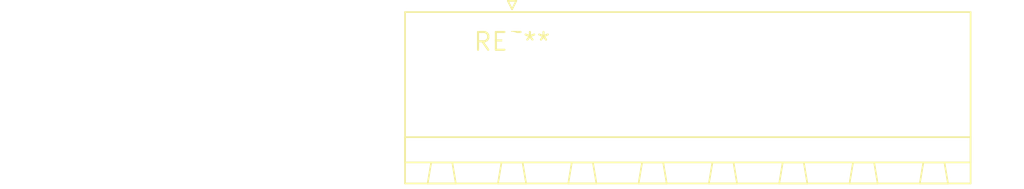
<source format=kicad_pcb>
(kicad_pcb (version 20240108) (generator pcbnew)
  (layers (0 "F.Cu" signal) (31 "B.Cu" signal) (34 "B.Paste" user) (35 "F.Paste" user) (36 "B.SilkS" user "B.Silkscreen") (37 "F.SilkS" user "F.Silkscreen") (38 "B.Mask" user) (39 "F.Mask" user) (44 "Edge.Cuts" user))
  (net 0 "")
  (footprint "PhoenixContact_MSTB_2,5_6-GF_1x06_P5.00mm_Horizontal_ThreadedFlange" (layer "F.Cu") (at 0 0)
    (property "Reference" "REF**")
    (property "Value" "PhoenixContact_MSTB_2,5_6-GF_1x06_P5.00mm_Horizontal_ThreadedFlange")
    (fp_line (start -7.61 -2.11) (end -7.61 10.11) (layer "F.SilkS") (stroke (width 0.12)))
    (fp_line (start -7.61 6.81) (end 32.61 6.81) (layer "F.SilkS") (stroke (width 0.12)))
    (fp_line (start -7.61 8.61) (end -7.61 6.81) (layer "F.SilkS") (stroke (width 0.12)))
    (fp_line (start -7.61 10.11) (end 32.61 10.11) (layer "F.SilkS") (stroke (width 0.12)))
    (fp_line (start -6 10.11) (end -4 10.11) (layer "F.SilkS") (stroke (width 0.12)))
    (fp_line (start -5.75 8.61) (end -6 10.11) (layer "F.SilkS") (stroke (width 0.12)))
    (fp_line (start -4.25 8.61) (end -5.75 8.61) (layer "F.SilkS") (stroke (width 0.12)))
    (fp_line (start -4 10.11) (end -4.25 8.61) (layer "F.SilkS") (stroke (width 0.12)))
    (fp_line (start -1 10.11) (end 1 10.11) (layer "F.SilkS") (stroke (width 0.12)))
    (fp_line (start -0.75 8.61) (end -1 10.11) (layer "F.SilkS") (stroke (width 0.12)))
    (fp_line (start -0.3 -2.91) (end 0.3 -2.91) (layer "F.SilkS") (stroke (width 0.12)))
    (fp_line (start 0 -2.31) (end -0.3 -2.91) (layer "F.SilkS") (stroke (width 0.12)))
    (fp_line (start 0.3 -2.91) (end 0 -2.31) (layer "F.SilkS") (stroke (width 0.12)))
    (fp_line (start 0.75 8.61) (end -0.75 8.61) (layer "F.SilkS") (stroke (width 0.12)))
    (fp_line (start 1 10.11) (end 0.75 8.61) (layer "F.SilkS") (stroke (width 0.12)))
    (fp_line (start 4 10.11) (end 6 10.11) (layer "F.SilkS") (stroke (width 0.12)))
    (fp_line (start 4.25 8.61) (end 4 10.11) (layer "F.SilkS") (stroke (width 0.12)))
    (fp_line (start 5.75 8.61) (end 4.25 8.61) (layer "F.SilkS") (stroke (width 0.12)))
    (fp_line (start 6 10.11) (end 5.75 8.61) (layer "F.SilkS") (stroke (width 0.12)))
    (fp_line (start 9 10.11) (end 11 10.11) (layer "F.SilkS") (stroke (width 0.12)))
    (fp_line (start 9.25 8.61) (end 9 10.11) (layer "F.SilkS") (stroke (width 0.12)))
    (fp_line (start 10.75 8.61) (end 9.25 8.61) (layer "F.SilkS") (stroke (width 0.12)))
    (fp_line (start 11 10.11) (end 10.75 8.61) (layer "F.SilkS") (stroke (width 0.12)))
    (fp_line (start 14 10.11) (end 16 10.11) (layer "F.SilkS") (stroke (width 0.12)))
    (fp_line (start 14.25 8.61) (end 14 10.11) (layer "F.SilkS") (stroke (width 0.12)))
    (fp_line (start 15.75 8.61) (end 14.25 8.61) (layer "F.SilkS") (stroke (width 0.12)))
    (fp_line (start 16 10.11) (end 15.75 8.61) (layer "F.SilkS") (stroke (width 0.12)))
    (fp_line (start 19 10.11) (end 21 10.11) (layer "F.SilkS") (stroke (width 0.12)))
    (fp_line (start 19.25 8.61) (end 19 10.11) (layer "F.SilkS") (stroke (width 0.12)))
    (fp_line (start 20.75 8.61) (end 19.25 8.61) (layer "F.SilkS") (stroke (width 0.12)))
    (fp_line (start 21 10.11) (end 20.75 8.61) (layer "F.SilkS") (stroke (width 0.12)))
    (fp_line (start 24 10.11) (end 26 10.11) (layer "F.SilkS") (stroke (width 0.12)))
    (fp_line (start 24.25 8.61) (end 24 10.11) (layer "F.SilkS") (stroke (width 0.12)))
    (fp_line (start 25.75 8.61) (end 24.25 8.61) (layer "F.SilkS") (stroke (width 0.12)))
    (fp_line (start 26 10.11) (end 25.75 8.61) (layer "F.SilkS") (stroke (width 0.12)))
    (fp_line (start 29 10.11) (end 31 10.11) (layer "F.SilkS") (stroke (width 0.12)))
    (fp_line (start 29.25 8.61) (end 29 10.11) (layer "F.SilkS") (stroke (width 0.12)))
    (fp_line (start 30.75 8.61) (end 29.25 8.61) (layer "F.SilkS") (stroke (width 0.12)))
    (fp_line (start 31 10.11) (end 30.75 8.61) (layer "F.SilkS") (stroke (width 0.12)))
    (fp_line (start 32.61 -2.11) (end -7.61 -2.11) (layer "F.SilkS") (stroke (width 0.12)))
    (fp_line (start 32.61 6.81) (end 32.61 8.61) (layer "F.SilkS") (stroke (width 0.12)))
    (fp_line (start 32.61 8.61) (end -7.61 8.61) (layer "F.SilkS") (stroke (width 0.12)))
    (fp_line (start 32.61 10.11) (end 32.61 -2.11) (layer "F.SilkS") (stroke (width 0.12)))
    (pad "1" thru_hole roundrect (at 0 0) (size 2 3.6) (drill 1.4) (layers *.Cu *.Mask) (remove_unused_layers) (roundrect_rratio 0.125))
    (pad "2" thru_hole oval (at 5 0) (size 2 3.6) (drill 1.4) (layers *.Cu *.Mask) (remove_unused_layers))
    (pad "3" thru_hole oval (at 10 0) (size 2 3.6) (drill 1.4) (layers *.Cu *.Mask) (remove_unused_layers))
    (pad "4" thru_hole oval (at 15 0) (size 2 3.6) (drill 1.4) (layers *.Cu *.Mask) (remove_unused_layers))
    (pad "5" thru_hole oval (at 20 0) (size 2 3.6) (drill 1.4) (layers *.Cu *.Mask) (remove_unused_layers))
    (pad "6" thru_hole oval (at 25 0) (size 2 3.6) (drill 1.4) (layers *.Cu *.Mask) (remove_unused_layers))
  )
)
</source>
